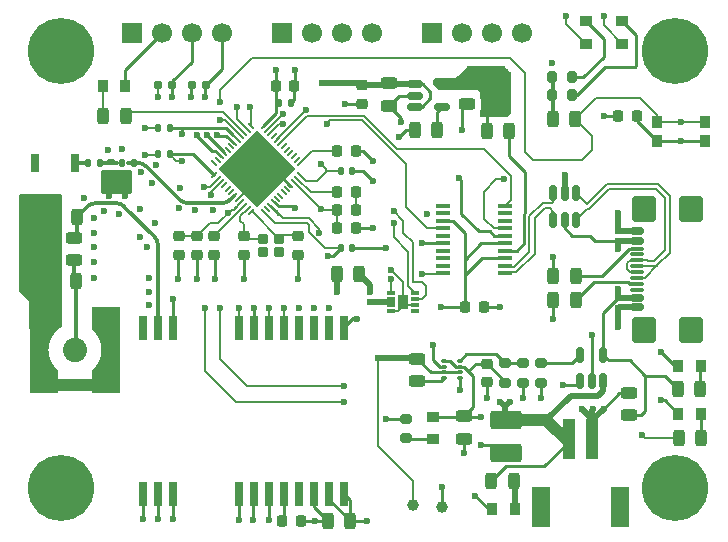
<source format=gbr>
%TF.GenerationSoftware,KiCad,Pcbnew,9.0.3*%
%TF.CreationDate,2025-07-17T21:10:23+02:00*%
%TF.ProjectId,LoRa_Project,4c6f5261-5f50-4726-9f6a-6563742e6b69,rev?*%
%TF.SameCoordinates,Original*%
%TF.FileFunction,Copper,L1,Top*%
%TF.FilePolarity,Positive*%
%FSLAX46Y46*%
G04 Gerber Fmt 4.6, Leading zero omitted, Abs format (unit mm)*
G04 Created by KiCad (PCBNEW 9.0.3) date 2025-07-17 21:10:23*
%MOMM*%
%LPD*%
G01*
G04 APERTURE LIST*
G04 Aperture macros list*
%AMRoundRect*
0 Rectangle with rounded corners*
0 $1 Rounding radius*
0 $2 $3 $4 $5 $6 $7 $8 $9 X,Y pos of 4 corners*
0 Add a 4 corners polygon primitive as box body*
4,1,4,$2,$3,$4,$5,$6,$7,$8,$9,$2,$3,0*
0 Add four circle primitives for the rounded corners*
1,1,$1+$1,$2,$3*
1,1,$1+$1,$4,$5*
1,1,$1+$1,$6,$7*
1,1,$1+$1,$8,$9*
0 Add four rect primitives between the rounded corners*
20,1,$1+$1,$2,$3,$4,$5,0*
20,1,$1+$1,$4,$5,$6,$7,0*
20,1,$1+$1,$6,$7,$8,$9,0*
20,1,$1+$1,$8,$9,$2,$3,0*%
%AMRotRect*
0 Rectangle, with rotation*
0 The origin of the aperture is its center*
0 $1 length*
0 $2 width*
0 $3 Rotation angle, in degrees counterclockwise*
0 Add horizontal line*
21,1,$1,$2,0,0,$3*%
%AMFreePoly0*
4,1,14,1.640000,1.767700,1.302700,1.428100,1.020700,0.978600,0.850200,0.476000,0.800000,0.000000,0.850200,-0.476000,1.020700,-0.978600,1.302700,-1.428100,1.640000,-1.767700,1.640000,-3.680000,-0.800000,-3.680000,-0.800000,3.680000,1.640000,3.680000,1.640000,1.767700,1.640000,1.767700,$1*%
G04 Aperture macros list end*
%TA.AperFunction,ComponentPad*%
%ADD10C,5.600000*%
%TD*%
%TA.AperFunction,SMDPad,CuDef*%
%ADD11RoundRect,0.243750X0.243750X0.456250X-0.243750X0.456250X-0.243750X-0.456250X0.243750X-0.456250X0*%
%TD*%
%TA.AperFunction,ComponentPad*%
%ADD12R,1.700000X1.700000*%
%TD*%
%TA.AperFunction,ComponentPad*%
%ADD13C,1.700000*%
%TD*%
%TA.AperFunction,SMDPad,CuDef*%
%ADD14RoundRect,0.150000X0.150000X-0.512500X0.150000X0.512500X-0.150000X0.512500X-0.150000X-0.512500X0*%
%TD*%
%TA.AperFunction,SMDPad,CuDef*%
%ADD15RoundRect,0.100000X0.300000X0.450000X-0.300000X0.450000X-0.300000X-0.450000X0.300000X-0.450000X0*%
%TD*%
%TA.AperFunction,SMDPad,CuDef*%
%ADD16C,1.000000*%
%TD*%
%TA.AperFunction,SMDPad,CuDef*%
%ADD17RoundRect,0.218750X-0.218750X-0.256250X0.218750X-0.256250X0.218750X0.256250X-0.218750X0.256250X0*%
%TD*%
%TA.AperFunction,SMDPad,CuDef*%
%ADD18RoundRect,0.243750X-0.456250X0.243750X-0.456250X-0.243750X0.456250X-0.243750X0.456250X0.243750X0*%
%TD*%
%TA.AperFunction,SMDPad,CuDef*%
%ADD19RoundRect,0.147500X-0.147500X-0.172500X0.147500X-0.172500X0.147500X0.172500X-0.147500X0.172500X0*%
%TD*%
%TA.AperFunction,SMDPad,CuDef*%
%ADD20RoundRect,0.147500X0.147500X0.172500X-0.147500X0.172500X-0.147500X-0.172500X0.147500X-0.172500X0*%
%TD*%
%TA.AperFunction,SMDPad,CuDef*%
%ADD21RoundRect,0.100000X0.450000X-0.300000X0.450000X0.300000X-0.450000X0.300000X-0.450000X-0.300000X0*%
%TD*%
%TA.AperFunction,SMDPad,CuDef*%
%ADD22RoundRect,0.160000X-0.197500X-0.160000X0.197500X-0.160000X0.197500X0.160000X-0.197500X0.160000X0*%
%TD*%
%TA.AperFunction,SMDPad,CuDef*%
%ADD23RoundRect,0.050000X0.200000X0.100000X-0.200000X0.100000X-0.200000X-0.100000X0.200000X-0.100000X0*%
%TD*%
%TA.AperFunction,SMDPad,CuDef*%
%ADD24RoundRect,0.243750X-0.243750X-0.456250X0.243750X-0.456250X0.243750X0.456250X-0.243750X0.456250X0*%
%TD*%
%TA.AperFunction,SMDPad,CuDef*%
%ADD25RoundRect,0.200000X-0.275000X0.200000X-0.275000X-0.200000X0.275000X-0.200000X0.275000X0.200000X0*%
%TD*%
%TA.AperFunction,SMDPad,CuDef*%
%ADD26RoundRect,0.200000X0.250000X0.200000X-0.250000X0.200000X-0.250000X-0.200000X0.250000X-0.200000X0*%
%TD*%
%TA.AperFunction,SMDPad,CuDef*%
%ADD27RoundRect,0.218750X-0.256250X0.218750X-0.256250X-0.218750X0.256250X-0.218750X0.256250X0.218750X0*%
%TD*%
%TA.AperFunction,SMDPad,CuDef*%
%ADD28RoundRect,0.200000X0.275000X-0.200000X0.275000X0.200000X-0.275000X0.200000X-0.275000X-0.200000X0*%
%TD*%
%TA.AperFunction,SMDPad,CuDef*%
%ADD29RoundRect,0.150000X-0.150000X0.512500X-0.150000X-0.512500X0.150000X-0.512500X0.150000X0.512500X0*%
%TD*%
%TA.AperFunction,SMDPad,CuDef*%
%ADD30R,0.800000X2.000000*%
%TD*%
%TA.AperFunction,SMDPad,CuDef*%
%ADD31RoundRect,0.150000X-0.512500X-0.150000X0.512500X-0.150000X0.512500X0.150000X-0.512500X0.150000X0*%
%TD*%
%TA.AperFunction,SMDPad,CuDef*%
%ADD32R,1.200000X0.400000*%
%TD*%
%TA.AperFunction,SMDPad,CuDef*%
%ADD33RoundRect,0.100000X-0.300000X-0.450000X0.300000X-0.450000X0.300000X0.450000X-0.300000X0.450000X0*%
%TD*%
%TA.AperFunction,SMDPad,CuDef*%
%ADD34R,0.750000X0.300000*%
%TD*%
%TA.AperFunction,SMDPad,CuDef*%
%ADD35R,0.900000X1.300000*%
%TD*%
%TA.AperFunction,SMDPad,CuDef*%
%ADD36RoundRect,0.050000X0.212132X0.282843X-0.282843X-0.212132X-0.212132X-0.282843X0.282843X0.212132X0*%
%TD*%
%TA.AperFunction,SMDPad,CuDef*%
%ADD37RoundRect,0.050000X-0.212132X0.282843X-0.282843X0.212132X0.212132X-0.282843X0.282843X-0.212132X0*%
%TD*%
%TA.AperFunction,HeatsinkPad*%
%ADD38C,0.500000*%
%TD*%
%TA.AperFunction,HeatsinkPad*%
%ADD39RotRect,4.600000X4.600000X225.000000*%
%TD*%
%TA.AperFunction,SMDPad,CuDef*%
%ADD40RoundRect,0.150000X0.425000X-0.150000X0.425000X0.150000X-0.425000X0.150000X-0.425000X-0.150000X0*%
%TD*%
%TA.AperFunction,SMDPad,CuDef*%
%ADD41RoundRect,0.075000X0.500000X-0.075000X0.500000X0.075000X-0.500000X0.075000X-0.500000X-0.075000X0*%
%TD*%
%TA.AperFunction,SMDPad,CuDef*%
%ADD42RoundRect,0.250000X0.750000X-0.840000X0.750000X0.840000X-0.750000X0.840000X-0.750000X-0.840000X0*%
%TD*%
%TA.AperFunction,SMDPad,CuDef*%
%ADD43RoundRect,0.200000X-0.200000X-0.275000X0.200000X-0.275000X0.200000X0.275000X-0.200000X0.275000X0*%
%TD*%
%TA.AperFunction,SMDPad,CuDef*%
%ADD44RoundRect,0.147500X0.172500X-0.147500X0.172500X0.147500X-0.172500X0.147500X-0.172500X-0.147500X0*%
%TD*%
%TA.AperFunction,SMDPad,CuDef*%
%ADD45RoundRect,0.218750X0.218750X0.256250X-0.218750X0.256250X-0.218750X-0.256250X0.218750X-0.256250X0*%
%TD*%
%TA.AperFunction,SMDPad,CuDef*%
%ADD46RoundRect,0.218750X0.256250X-0.218750X0.256250X0.218750X-0.256250X0.218750X-0.256250X-0.218750X0*%
%TD*%
%TA.AperFunction,SMDPad,CuDef*%
%ADD47RoundRect,0.320000X-1.030000X0.480000X-1.030000X-0.480000X1.030000X-0.480000X1.030000X0.480000X0*%
%TD*%
%TA.AperFunction,SMDPad,CuDef*%
%ADD48R,0.900000X1.000000*%
%TD*%
%TA.AperFunction,SMDPad,CuDef*%
%ADD49RoundRect,0.243750X0.456250X-0.243750X0.456250X0.243750X-0.456250X0.243750X-0.456250X-0.243750X0*%
%TD*%
%TA.AperFunction,SMDPad,CuDef*%
%ADD50R,1.000000X3.500000*%
%TD*%
%TA.AperFunction,SMDPad,CuDef*%
%ADD51R,1.500000X3.400000*%
%TD*%
%TA.AperFunction,SMDPad,CuDef*%
%ADD52R,0.800000X1.600000*%
%TD*%
%TA.AperFunction,SMDPad,CuDef*%
%ADD53C,2.050000*%
%TD*%
%TA.AperFunction,SMDPad,CuDef*%
%ADD54FreePoly0,180.000000*%
%TD*%
%TA.AperFunction,SMDPad,CuDef*%
%ADD55FreePoly0,0.000000*%
%TD*%
%TA.AperFunction,ViaPad*%
%ADD56C,0.600000*%
%TD*%
%TA.AperFunction,ViaPad*%
%ADD57C,1.000000*%
%TD*%
%TA.AperFunction,Conductor*%
%ADD58C,0.250000*%
%TD*%
%TA.AperFunction,Conductor*%
%ADD59C,0.500000*%
%TD*%
%TA.AperFunction,Conductor*%
%ADD60C,0.350000*%
%TD*%
%TA.AperFunction,Conductor*%
%ADD61C,0.200000*%
%TD*%
%TA.AperFunction,Conductor*%
%ADD62C,1.000000*%
%TD*%
%TA.AperFunction,Conductor*%
%ADD63C,0.355547*%
%TD*%
%TA.AperFunction,Conductor*%
%ADD64C,0.100000*%
%TD*%
%TA.AperFunction,Conductor*%
%ADD65C,0.150000*%
%TD*%
G04 APERTURE END LIST*
D10*
%TO.P,H1,1*%
%TO.N,GND*%
X194000000Y-56000000D03*
%TD*%
D11*
%TO.P,C15,1*%
%TO.N,Net-(IC2-ANT)*%
X195337500Y-70100000D03*
%TO.P,C15,2*%
%TO.N,GND*%
X193462500Y-70100000D03*
%TD*%
D12*
%TO.P,J3,1,Pin_1*%
%TO.N,+3V3*%
X212690000Y-54500000D03*
D13*
%TO.P,J3,2,Pin_2*%
%TO.N,GND*%
X215230000Y-54500000D03*
%TO.P,J3,3,Pin_3*%
%TO.N,I2C_SDA*%
X217770000Y-54500000D03*
%TO.P,J3,4,Pin_4*%
%TO.N,I2C_SCL*%
X220310000Y-54500000D03*
%TD*%
D14*
%TO.P,U4,1,STAT*%
%TO.N,Net-(U4-STAT)*%
X237999999Y-84000000D03*
%TO.P,U4,2,V_{SS}*%
%TO.N,GND*%
X238949999Y-84000000D03*
%TO.P,U4,3,V_{BAT}*%
%TO.N,+BATT*%
X239899999Y-84000000D03*
%TO.P,U4,4,V_{DD}*%
%TO.N,VBUS*%
X239899999Y-81725000D03*
%TO.P,U4,5,PROG*%
%TO.N,Net-(U4-PROG)*%
X237999999Y-81725000D03*
%TD*%
D15*
%TO.P,D7,1,K*%
%TO.N,GND*%
X199449999Y-59000000D03*
%TO.P,D7,2,A*%
%TO.N,Net-(D7-A)*%
X197550001Y-59000000D03*
%TD*%
D16*
%TO.P,TP5,1,1*%
%TO.N,+3V3*%
X226300000Y-94600000D03*
%TD*%
D17*
%TO.P,C27,1*%
%TO.N,GND*%
X241212500Y-61500000D03*
%TO.P,C27,2*%
X242787500Y-61500000D03*
%TD*%
D18*
%TO.P,L1,1,1*%
%TO.N,Net-(IC2-ANT)*%
X195100000Y-71862499D03*
%TO.P,L1,2,2*%
%TO.N,Net-(J5-In)*%
X195100000Y-73737501D03*
%TD*%
D19*
%TO.P,C10,1*%
%TO.N,+3V3*%
X212515000Y-60450000D03*
%TO.P,C10,2*%
%TO.N,GND*%
X213485000Y-60450000D03*
%TD*%
D18*
%TO.P,C5,1*%
%TO.N,+3V3*%
X228362500Y-58662500D03*
%TO.P,C5,2*%
%TO.N,GND*%
X228362500Y-60537500D03*
%TD*%
D20*
%TO.P,C8,1*%
%TO.N,+3V3*%
X203235000Y-64750000D03*
%TO.P,C8,2*%
%TO.N,GND*%
X202265000Y-64750000D03*
%TD*%
D21*
%TO.P,D6,1,K*%
%TO.N,Net-(D6-K)*%
X225500000Y-88900000D03*
%TO.P,D6,2,A*%
%TO.N,VBUS*%
X225500000Y-87000002D03*
%TD*%
D22*
%TO.P,R15,1*%
%TO.N,+3V3*%
X205102500Y-58900000D03*
%TO.P,R15,2*%
%TO.N,I2C_SCL*%
X206297500Y-58900000D03*
%TD*%
D16*
%TO.P,TP4,1,1*%
%TO.N,/Power/V_SW*%
X223800000Y-94500000D03*
%TD*%
D21*
%TO.P,D2,1,K*%
%TO.N,/Peripherals/TXLED*%
X241540000Y-55399999D03*
%TO.P,D2,2,A*%
%TO.N,Net-(D2-A)*%
X241540000Y-53500001D03*
%TD*%
D10*
%TO.P,H3,1*%
%TO.N,GND*%
X194000000Y-93000000D03*
%TD*%
D23*
%TO.P,U1,1,GND*%
%TO.N,GND*%
X227785800Y-83737499D03*
%TO.P,U1,2,VOUT*%
%TO.N,/Power/V_SW*%
X227785800Y-83237499D03*
%TO.P,U1,3,VIN1*%
%TO.N,VBUS*%
X227785800Y-82737499D03*
%TO.P,U1,4,PR1*%
%TO.N,Net-(U1-PR1)*%
X227785800Y-82237499D03*
%TO.P,U1,5,MODE*%
%TO.N,VBUS*%
X226414200Y-82237499D03*
%TO.P,U1,6,VIN2*%
%TO.N,+BATT*%
X226414200Y-82737499D03*
%TO.P,U1,7,VOUT*%
%TO.N,/Power/V_SW*%
X226414200Y-83237499D03*
%TO.P,U1,8,ST*%
%TO.N,Net-(U1-ST)*%
X226414200Y-83737499D03*
%TD*%
D11*
%TO.P,C6,1*%
%TO.N,+BATT*%
X219287500Y-74900000D03*
%TO.P,C6,2*%
%TO.N,GND*%
X217412500Y-74900000D03*
%TD*%
D17*
%TO.P,C21,1*%
%TO.N,/nRF52840 and LoRa/DEC4_6*%
X217424999Y-71000000D03*
%TO.P,C21,2*%
%TO.N,GND*%
X218999999Y-71000000D03*
%TD*%
D24*
%TO.P,R10,1*%
%TO.N,+BATT*%
X230462499Y-92400000D03*
%TO.P,R10,2*%
%TO.N,Net-(D4-A)*%
X232337501Y-92400000D03*
%TD*%
D18*
%TO.P,R5,1*%
%TO.N,/Power/V_SW*%
X224200000Y-82062499D03*
%TO.P,R5,2*%
%TO.N,Net-(U1-ST)*%
X224200000Y-83937501D03*
%TD*%
D24*
%TO.P,C14,1*%
%TO.N,+3V3*%
X216625000Y-95800000D03*
%TO.P,C14,2*%
%TO.N,GND*%
X218500000Y-95800000D03*
%TD*%
D25*
%TO.P,R13,1*%
%TO.N,Net-(U4-STAT)*%
X223200000Y-87175000D03*
%TO.P,R13,2*%
%TO.N,Net-(D6-K)*%
X223200000Y-88825000D03*
%TD*%
D26*
%TO.P,Y1,1,1*%
%TO.N,Net-(U5-XC2)*%
X212500000Y-71900000D03*
%TO.P,Y1,2,2*%
%TO.N,Net-(U5-XC1)*%
X211100000Y-71900000D03*
%TO.P,Y1,3*%
%TO.N,N/C*%
X211100000Y-73000000D03*
%TO.P,Y1,4*%
X212500000Y-73000000D03*
%TD*%
D27*
%TO.P,C1,1*%
%TO.N,VBUS*%
X230100000Y-82487500D03*
%TO.P,C1,2*%
%TO.N,GND*%
X230100000Y-84062500D03*
%TD*%
D28*
%TO.P,R2,1*%
%TO.N,GND*%
X233100000Y-84100000D03*
%TO.P,R2,2*%
%TO.N,Net-(U1-PR1)*%
X233100000Y-82450000D03*
%TD*%
D29*
%TO.P,U3,1,I/O1*%
%TO.N,/Power/USB_D-*%
X237600000Y-68075000D03*
%TO.P,U3,2,GND*%
%TO.N,GND*%
X236650001Y-68075000D03*
%TO.P,U3,3,I/O2*%
%TO.N,D-*%
X235700002Y-68075000D03*
%TO.P,U3,4,I/O2*%
%TO.N,D+*%
X235700002Y-70350000D03*
%TO.P,U3,5,VBUS*%
%TO.N,VBUS*%
X236650001Y-70350000D03*
%TO.P,U3,6,I/O1*%
%TO.N,/Power/USB_D+*%
X237600000Y-70350000D03*
%TD*%
D30*
%TO.P,IC2,1,GND*%
%TO.N,GND*%
X200960000Y-93500000D03*
%TO.P,IC2,2,GND*%
X202230000Y-93500000D03*
%TO.P,IC2,3,GND*%
X203500000Y-93500000D03*
%TO.P,IC2,4,GND*%
X209070000Y-93500000D03*
%TO.P,IC2,5,GND*%
X210340000Y-93500000D03*
%TO.P,IC2,6,RXEN*%
X211610000Y-93500000D03*
%TO.P,IC2,7,TXEN*%
X212880000Y-93500000D03*
%TO.P,IC2,8,DIO2*%
%TO.N,unconnected-(IC2-DIO2-Pad8)*%
X214150000Y-93500000D03*
%TO.P,IC2,9,VCC*%
%TO.N,+3V3*%
X215420000Y-93500000D03*
%TO.P,IC2,10,GND*%
%TO.N,GND*%
X216690000Y-93500000D03*
%TO.P,IC2,11,GND*%
X217960000Y-93500000D03*
%TO.P,IC2,12,GND*%
X217960000Y-79500000D03*
%TO.P,IC2,13,DIO1*%
%TO.N,/nRF52840 and LoRa/LORA_IRQ*%
X216690000Y-79500000D03*
%TO.P,IC2,14,BUSY*%
%TO.N,/nRF52840 and LoRa/LORA_BUSY*%
X215420000Y-79500000D03*
%TO.P,IC2,15,NRST*%
%TO.N,/nRF52840 and LoRa/LORA_NRST*%
X214150000Y-79500000D03*
%TO.P,IC2,16,MISO*%
%TO.N,/nRF52840 and LoRa/SPI_MISO*%
X212880000Y-79500000D03*
%TO.P,IC2,17,MOSI*%
%TO.N,/nRF52840 and LoRa/SPI_MOSI*%
X211610000Y-79500000D03*
%TO.P,IC2,18,SCK*%
%TO.N,/nRF52840 and LoRa/SPI_SCK*%
X210340000Y-79500000D03*
%TO.P,IC2,19,NSS*%
%TO.N,/nRF52840 and LoRa/LORA_SPI_CS*%
X209070000Y-79500000D03*
%TO.P,IC2,20,GND*%
%TO.N,GND*%
X203500000Y-79500000D03*
%TO.P,IC2,21,ANT*%
%TO.N,Net-(IC2-ANT)*%
X202230000Y-79500000D03*
%TO.P,IC2,22,GND*%
%TO.N,GND*%
X200960000Y-79500000D03*
%TD*%
D11*
%TO.P,R16,1*%
%TO.N,/nRF52840 and LoRa/LED*%
X199487501Y-61500000D03*
%TO.P,R16,2*%
%TO.N,Net-(D7-A)*%
X197612499Y-61500000D03*
%TD*%
%TO.P,C16,1*%
%TO.N,Net-(J5-In)*%
X195299999Y-75500000D03*
%TO.P,C16,2*%
%TO.N,GND*%
X193424999Y-75500000D03*
%TD*%
D19*
%TO.P,C28,1*%
%TO.N,+3V3*%
X217715000Y-66200000D03*
%TO.P,C28,2*%
%TO.N,GND*%
X218685000Y-66200000D03*
%TD*%
D24*
%TO.P,R11,1*%
%TO.N,+3V3*%
X246324999Y-88750000D03*
%TO.P,R11,2*%
%TO.N,Net-(D5-A)*%
X248200001Y-88750000D03*
%TD*%
D31*
%TO.P,U2,1,IN*%
%TO.N,/Power/V_SW*%
X224025000Y-58850000D03*
%TO.P,U2,2,GND*%
%TO.N,GND*%
X224025000Y-59800000D03*
%TO.P,U2,3,EN*%
%TO.N,/Power/V_SW*%
X224025000Y-60750000D03*
%TO.P,U2,4,BP*%
%TO.N,Net-(U2-BP)*%
X226300000Y-60750000D03*
%TO.P,U2,5,OUT*%
%TO.N,+3V3*%
X226300000Y-58850000D03*
%TD*%
D32*
%TO.P,U6,1,~{DTR}*%
%TO.N,unconnected-(U6-~{DTR}-Pad1)*%
X226400000Y-69142500D03*
%TO.P,U6,2,~{RTS}*%
%TO.N,unconnected-(U6-~{RTS}-Pad2)*%
X226400000Y-69777500D03*
%TO.P,U6,3,VCCIO*%
%TO.N,+3V3*%
X226399999Y-70412500D03*
%TO.P,U6,4,RXD*%
%TO.N,UART_TXD*%
X226400000Y-71047500D03*
%TO.P,U6,5,~{RI}*%
%TO.N,unconnected-(U6-~{RI}-Pad5)*%
X226400000Y-71682500D03*
%TO.P,U6,6,GND*%
%TO.N,GND*%
X226400000Y-72317500D03*
%TO.P,U6,7,~{DSR}*%
%TO.N,unconnected-(U6-~{DSR}-Pad7)*%
X226400000Y-72952500D03*
%TO.P,U6,8,~{DCD}*%
%TO.N,unconnected-(U6-~{DCD}-Pad8)*%
X226399999Y-73587500D03*
%TO.P,U6,9,~{CTS}*%
%TO.N,unconnected-(U6-~{CTS}-Pad9)*%
X226400000Y-74222500D03*
%TO.P,U6,10,CBUS2*%
%TO.N,/Peripherals/TXLED*%
X226400000Y-74857500D03*
%TO.P,U6,11,USBDP*%
%TO.N,D+*%
X231600000Y-74857500D03*
%TO.P,U6,12,USBDM*%
%TO.N,D-*%
X231600000Y-74222500D03*
%TO.P,U6,13,3V3OUT*%
%TO.N,+3V3*%
X231600001Y-73587500D03*
%TO.P,U6,14,~{RESET}*%
%TO.N,Net-(U6-~{RESET})*%
X231600000Y-72952500D03*
%TO.P,U6,15,VCC*%
%TO.N,+3V3*%
X231600000Y-72317500D03*
%TO.P,U6,16,GND*%
%TO.N,GND*%
X231600000Y-71682500D03*
%TO.P,U6,17,CBUS1*%
%TO.N,/Peripherals/RXLED*%
X231600000Y-71047500D03*
%TO.P,U6,18,CBUS0*%
%TO.N,unconnected-(U6-CBUS0-Pad18)*%
X231600001Y-70412500D03*
%TO.P,U6,19,CBUS3*%
%TO.N,unconnected-(U6-CBUS3-Pad19)*%
X231600000Y-69777500D03*
%TO.P,U6,20,TXD*%
%TO.N,UART_RXD*%
X231600000Y-69142500D03*
%TD*%
D33*
%TO.P,D3,1,K*%
%TO.N,GND*%
X246300001Y-82650000D03*
%TO.P,D3,2,A*%
%TO.N,Net-(D3-A)*%
X248199999Y-82650000D03*
%TD*%
D25*
%TO.P,R12,1*%
%TO.N,Net-(U4-PROG)*%
X234700000Y-82475000D03*
%TO.P,R12,2*%
%TO.N,GND*%
X234700000Y-84125000D03*
%TD*%
D34*
%TO.P,IC1,1,CTG*%
%TO.N,GND*%
X221950000Y-76500000D03*
%TO.P,IC1,2,CELL*%
%TO.N,+BATT*%
X221950000Y-77000000D03*
%TO.P,IC1,3,VDD*%
X221950000Y-77500000D03*
%TO.P,IC1,4,GND*%
%TO.N,GND*%
X221950000Y-78000000D03*
%TO.P,IC1,5,~{ALRT}*%
%TO.N,unconnected-(IC1-~{ALRT}-Pad5)*%
X223950000Y-78000000D03*
%TO.P,IC1,6,QSTRT*%
%TO.N,GND*%
X223950000Y-77500000D03*
%TO.P,IC1,7,SCL*%
%TO.N,I2C_SCL*%
X223950000Y-77000000D03*
%TO.P,IC1,8,SDA*%
%TO.N,I2C_SDA*%
X223950000Y-76500000D03*
D35*
%TO.P,IC1,9,EP*%
%TO.N,GND*%
X222950000Y-77250000D03*
%TD*%
D36*
%TO.P,U5,1,DEC1*%
%TO.N,Net-(U5-DEC1)*%
X214283200Y-65500000D03*
%TO.P,U5,2,P0.00*%
%TO.N,unconnected-(U5-P0.00-Pad2)*%
X214000357Y-65217157D03*
%TO.P,U5,3,P0.01*%
%TO.N,unconnected-(U5-P0.01-Pad3)*%
X213717514Y-64934314D03*
%TO.P,U5,4,P0.04*%
%TO.N,unconnected-(U5-P0.04-Pad4)*%
X213434672Y-64651472D03*
%TO.P,U5,5,P0.05*%
%TO.N,unconnected-(U5-P0.05-Pad5)*%
X213151829Y-64368629D03*
%TO.P,U5,6,P0.07*%
%TO.N,N/C*%
X212868986Y-64085786D03*
%TO.P,U5,7,P0.08*%
%TO.N,UART_RXD*%
X212586144Y-63802944D03*
%TO.P,U5,8,P1.08*%
%TO.N,UART_TXD*%
X212303301Y-63520101D03*
%TO.P,U5,9,P1.09*%
%TO.N,unconnected-(U5-P1.09-Pad9)*%
X212020458Y-63237258D03*
%TO.P,U5,10,P0.11*%
%TO.N,/nRF52840 and LoRa/LORA_IRQ*%
X211737616Y-62954416D03*
%TO.P,U5,11,P0.12*%
%TO.N,/nRF52840 and LoRa/LORA_SPI_CS*%
X211454773Y-62671573D03*
%TO.P,U5,12,VDD*%
%TO.N,+3V3*%
X211171930Y-62388730D03*
D37*
%TO.P,U5,13,P0.13*%
%TO.N,/nRF52840 and LoRa/SPI_MOSI*%
X210111270Y-62388730D03*
%TO.P,U5,14,P0.14*%
%TO.N,/nRF52840 and LoRa/SPI_MISO*%
X209828427Y-62671573D03*
%TO.P,U5,15,P0.17*%
%TO.N,/nRF52840 and LoRa/LED*%
X209545584Y-62954416D03*
%TO.P,U5,16,~{RESET}*%
%TO.N,Net-(U5-~{RESET})*%
X209262742Y-63237258D03*
%TO.P,U5,17,VDD*%
%TO.N,+3V3*%
X208979899Y-63520101D03*
%TO.P,U5,18,P0.19*%
%TO.N,/nRF52840 and LoRa/SPI_SCK*%
X208697056Y-63802944D03*
%TO.P,U5,19,P0.20*%
%TO.N,unconnected-(U5-P0.20-Pad19)*%
X208414214Y-64085786D03*
%TO.P,U5,20,P0.21*%
%TO.N,unconnected-(U5-P0.21-Pad20)*%
X208131371Y-64368629D03*
%TO.P,U5,21,P0.22*%
%TO.N,I2C_SCL*%
X207848528Y-64651472D03*
%TO.P,U5,22,P0.23*%
%TO.N,I2C_SDA*%
X207565686Y-64934314D03*
%TO.P,U5,23,P0.24*%
%TO.N,unconnected-(U5-P0.24-Pad23)*%
X207282843Y-65217157D03*
%TO.P,U5,24,P1.00*%
%TO.N,unconnected-(U5-P1.00-Pad24)*%
X207000000Y-65500000D03*
D36*
%TO.P,U5,25,VDD*%
%TO.N,+3V3*%
X207000000Y-66560660D03*
%TO.P,U5,26,SWDIO*%
%TO.N,SWD_IO*%
X207282843Y-66843503D03*
%TO.P,U5,27,SWDCLK*%
%TO.N,SWD_CLK*%
X207565686Y-67126346D03*
%TO.P,U5,28,NC*%
%TO.N,unconnected-(U5-NC-Pad28)*%
X207848528Y-67409188D03*
%TO.P,U5,29,P0.09*%
%TO.N,unconnected-(U5-P0.09-Pad29)*%
X208131371Y-67692031D03*
%TO.P,U5,30,P0.10*%
%TO.N,unconnected-(U5-P0.10-Pad30)*%
X208414214Y-67974874D03*
%TO.P,U5,31,ANT*%
%TO.N,Net-(U5-ANT)*%
X208697056Y-68257716D03*
%TO.P,U5,32,VSS_PA*%
%TO.N,GND*%
X208979899Y-68540559D03*
%TO.P,U5,33,DEC6*%
%TO.N,/nRF52840 and LoRa/DEC4_6*%
X209262742Y-68823402D03*
%TO.P,U5,34,DEC3*%
%TO.N,Net-(U5-DEC3)*%
X209545584Y-69106244D03*
%TO.P,U5,35,XC1*%
%TO.N,Net-(U5-XC1)*%
X209828427Y-69389087D03*
%TO.P,U5,36,XC2*%
%TO.N,Net-(U5-XC2)*%
X210111270Y-69671930D03*
D37*
%TO.P,U5,37,VDD*%
%TO.N,+3V3*%
X211171930Y-69671930D03*
%TO.P,U5,38,P1.15*%
%TO.N,unconnected-(U5-P1.15-Pad38)*%
X211454773Y-69389087D03*
%TO.P,U5,39,P0.03*%
%TO.N,/nRF52840 and LoRa/LORA_BUSY*%
X211737616Y-69106244D03*
%TO.P,U5,40,P0.02*%
%TO.N,/nRF52840 and LoRa/LORA_NRST*%
X212020458Y-68823402D03*
%TO.P,U5,41,P0.28*%
%TO.N,N/C*%
X212303301Y-68540559D03*
%TO.P,U5,42,P0.29*%
X212586144Y-68257716D03*
%TO.P,U5,43,P0.30*%
X212868986Y-67974874D03*
%TO.P,U5,44,P0.31*%
X213151829Y-67692031D03*
%TO.P,U5,45,VSS*%
%TO.N,GND*%
X213434672Y-67409188D03*
%TO.P,U5,46,DEC4*%
%TO.N,/nRF52840 and LoRa/DEC4_6*%
X213717514Y-67126346D03*
%TO.P,U5,47,DCC*%
%TO.N,Net-(U5-DCC)*%
X214000357Y-66843503D03*
%TO.P,U5,48,VDD*%
%TO.N,+3V3*%
X214283200Y-66560660D03*
D38*
%TO.P,U5,49,VSS*%
%TO.N,GND*%
X213187184Y-66030330D03*
X212338656Y-65181802D03*
X211490128Y-64333274D03*
X210641600Y-63484746D03*
X212338656Y-66878858D03*
X211490128Y-66030330D03*
X210641600Y-65181802D03*
X209793072Y-64333274D03*
D39*
X210641600Y-66030330D03*
D38*
X211490128Y-67727386D03*
X210641600Y-66878858D03*
X209793072Y-66030330D03*
X208944544Y-65181802D03*
X210641600Y-68575914D03*
X209793072Y-67727386D03*
X208944544Y-66878858D03*
X208096016Y-66030330D03*
%TD*%
D40*
%TO.P,J2,A1,GND*%
%TO.N,GND*%
X242820000Y-77700000D03*
%TO.P,J2,A4,VBUS*%
%TO.N,VBUS*%
X242820000Y-76900000D03*
D41*
%TO.P,J2,A5,CC1*%
%TO.N,Net-(J2-CC1)*%
X242820000Y-75750000D03*
%TO.P,J2,A6,D+*%
%TO.N,/Power/USB_D+*%
X242820000Y-74750000D03*
%TO.P,J2,A7,D-*%
%TO.N,/Power/USB_D-*%
X242820000Y-74250000D03*
%TO.P,J2,A8,SBU1*%
%TO.N,unconnected-(J2-SBU1-PadA8)*%
X242820000Y-73250000D03*
D40*
%TO.P,J2,A9,VBUS*%
%TO.N,VBUS*%
X242820000Y-72100000D03*
%TO.P,J2,A12,GND*%
%TO.N,GND*%
X242820000Y-71300000D03*
%TO.P,J2,B1,GND*%
X242820000Y-71300000D03*
%TO.P,J2,B4,VBUS*%
%TO.N,VBUS*%
X242820000Y-72100000D03*
D41*
%TO.P,J2,B5,CC2*%
%TO.N,Net-(J2-CC2)*%
X242820000Y-72750000D03*
%TO.P,J2,B6,D+*%
%TO.N,/Power/USB_D+*%
X242820000Y-73750000D03*
%TO.P,J2,B7,D-*%
%TO.N,/Power/USB_D-*%
X242820000Y-75250000D03*
%TO.P,J2,B8,SBU2*%
%TO.N,unconnected-(J2-SBU2-PadB8)*%
X242820000Y-76250000D03*
D40*
%TO.P,J2,B9,VBUS*%
%TO.N,VBUS*%
X242820000Y-76900000D03*
%TO.P,J2,B12,GND*%
%TO.N,GND*%
X242820000Y-77700000D03*
D42*
%TO.P,J2,S1,SHIELD*%
%TO.N,unconnected-(J2-SHIELD-PadS1)*%
X243395000Y-79610000D03*
%TO.N,N/C*%
X247325000Y-79610000D03*
X243395000Y-69390000D03*
X247325000Y-69390000D03*
%TD*%
D10*
%TO.P,H2,1*%
%TO.N,GND*%
X245999999Y-56000001D03*
%TD*%
D43*
%TO.P,R8,1*%
%TO.N,+3V3*%
X235600000Y-58250000D03*
%TO.P,R8,2*%
%TO.N,Net-(D1-A)*%
X237250000Y-58250000D03*
%TD*%
D44*
%TO.P,L5,1,1*%
%TO.N,GND*%
X198250000Y-66400000D03*
%TO.P,L5,2,2*%
%TO.N,Net-(C30-Pad2)*%
X198250000Y-65430000D03*
%TD*%
D20*
%TO.P,C26,1*%
%TO.N,+3V3*%
X203235000Y-62510001D03*
%TO.P,C26,2*%
%TO.N,GND*%
X202265000Y-62510001D03*
%TD*%
D24*
%TO.P,R20,1*%
%TO.N,+3V3*%
X235662499Y-61750000D03*
%TO.P,R20,2*%
%TO.N,Net-(U5-~{RESET})*%
X237537501Y-61750000D03*
%TD*%
D12*
%TO.P,J6,1,Pin_1*%
%TO.N,+3V3*%
X225420001Y-54500000D03*
D13*
%TO.P,J6,2,Pin_2*%
%TO.N,GND*%
X227960001Y-54500000D03*
%TO.P,J6,3,Pin_3*%
%TO.N,SWD_CLK*%
X230500001Y-54500000D03*
%TO.P,J6,4,Pin_4*%
%TO.N,SWD_IO*%
X233040001Y-54500000D03*
%TD*%
D27*
%TO.P,C24,1*%
%TO.N,Net-(U5-DEC3)*%
X207000000Y-71712500D03*
%TO.P,C24,2*%
%TO.N,GND*%
X207000000Y-73287500D03*
%TD*%
D11*
%TO.P,R3,1*%
%TO.N,Net-(J2-CC1)*%
X237587501Y-77100000D03*
%TO.P,R3,2*%
%TO.N,GND*%
X235712499Y-77100000D03*
%TD*%
D17*
%TO.P,L3,1,1*%
%TO.N,/nRF52840 and LoRa/DEC4_6*%
X217424998Y-69500000D03*
%TO.P,L3,2,2*%
%TO.N,Net-(L2-Pad1)*%
X219000000Y-69500000D03*
%TD*%
D45*
%TO.P,C11,1*%
%TO.N,GND*%
X229799999Y-77700000D03*
%TO.P,C11,2*%
%TO.N,+3V3*%
X228224999Y-77700000D03*
%TD*%
D46*
%TO.P,C25,1*%
%TO.N,GND*%
X214100000Y-73287500D03*
%TO.P,C25,2*%
%TO.N,Net-(U5-XC2)*%
X214100000Y-71712500D03*
%TD*%
D27*
%TO.P,C23,1*%
%TO.N,/nRF52840 and LoRa/DEC4_6*%
X205500000Y-71712500D03*
%TO.P,C23,2*%
%TO.N,GND*%
X205500000Y-73287500D03*
%TD*%
D45*
%TO.P,L2,1,1*%
%TO.N,Net-(L2-Pad1)*%
X219000000Y-68000000D03*
%TO.P,L2,2,2*%
%TO.N,Net-(U5-DCC)*%
X217424998Y-68000000D03*
%TD*%
D17*
%TO.P,C20,1*%
%TO.N,+3V3*%
X212212500Y-59000000D03*
%TO.P,C20,2*%
%TO.N,GND*%
X213787500Y-59000000D03*
%TD*%
D33*
%TO.P,D5,1,K*%
%TO.N,GND*%
X246300001Y-86730000D03*
%TO.P,D5,2,A*%
%TO.N,Net-(D5-A)*%
X248199999Y-86730000D03*
%TD*%
D28*
%TO.P,R1,1*%
%TO.N,VBUS*%
X231600000Y-84100000D03*
%TO.P,R1,2*%
%TO.N,Net-(U1-PR1)*%
X231600000Y-82450000D03*
%TD*%
D20*
%TO.P,L4,1,1*%
%TO.N,Net-(C30-Pad2)*%
X197300000Y-65500000D03*
%TO.P,L4,2,2*%
%TO.N,Net-(E1-Pad1)*%
X196330000Y-65500000D03*
%TD*%
D43*
%TO.P,R7,1*%
%TO.N,+3V3*%
X235600000Y-59750000D03*
%TO.P,R7,2*%
%TO.N,Net-(D2-A)*%
X237250000Y-59750000D03*
%TD*%
D18*
%TO.P,C19,1*%
%TO.N,/Power/V_SW*%
X221762500Y-58762500D03*
%TO.P,C19,2*%
%TO.N,GND*%
X221762500Y-60637500D03*
%TD*%
D19*
%TO.P,C29,1*%
%TO.N,+3V3*%
X217730000Y-72700000D03*
%TO.P,C29,2*%
%TO.N,GND*%
X218700000Y-72700000D03*
%TD*%
D22*
%TO.P,R14,1*%
%TO.N,+3V3*%
X202205000Y-58910000D03*
%TO.P,R14,2*%
%TO.N,I2C_SDA*%
X203400000Y-58910000D03*
%TD*%
D27*
%TO.P,C22,1*%
%TO.N,/nRF52840 and LoRa/DEC4_6*%
X204000000Y-71712500D03*
%TO.P,C22,2*%
%TO.N,GND*%
X204000000Y-73287500D03*
%TD*%
D47*
%TO.P,C7,1*%
%TO.N,+BATT*%
X231700000Y-87250001D03*
%TO.P,C7,2*%
%TO.N,GND*%
X231700000Y-90049999D03*
%TD*%
D45*
%TO.P,C13,1*%
%TO.N,+3V3*%
X214337501Y-95800000D03*
%TO.P,C13,2*%
%TO.N,GND*%
X212762501Y-95800000D03*
%TD*%
D48*
%TO.P,RST1,1*%
%TO.N,Net-(U5-~{RESET})*%
X248550000Y-62000000D03*
%TO.P,RST1,2*%
%TO.N,GND*%
X248550000Y-63600000D03*
%TO.P,RST1,3*%
X244450000Y-63600000D03*
%TO.P,RST1,4*%
%TO.N,Net-(U5-~{RESET})*%
X244450000Y-62000000D03*
%TD*%
D18*
%TO.P,C18,1*%
%TO.N,VBUS*%
X228100000Y-86962500D03*
%TO.P,C18,2*%
%TO.N,GND*%
X228100000Y-88837500D03*
%TD*%
D12*
%TO.P,J1,1,Pin_1*%
%TO.N,+3V3*%
X200000000Y-54500000D03*
D13*
%TO.P,J1,2,Pin_2*%
%TO.N,GND*%
X202540000Y-54500000D03*
%TO.P,J1,3,Pin_3*%
%TO.N,I2C_SDA*%
X205080000Y-54500000D03*
%TO.P,J1,4,Pin_4*%
%TO.N,I2C_SCL*%
X207620000Y-54500000D03*
%TD*%
D24*
%TO.P,R4,1*%
%TO.N,GND*%
X235712499Y-75050000D03*
%TO.P,R4,2*%
%TO.N,Net-(J2-CC2)*%
X237587501Y-75050000D03*
%TD*%
D33*
%TO.P,D4,1,K*%
%TO.N,GND*%
X230550001Y-94825000D03*
%TO.P,D4,2,A*%
%TO.N,Net-(D4-A)*%
X232449999Y-94825000D03*
%TD*%
D49*
%TO.P,C17,1*%
%TO.N,VBUS*%
X242100000Y-86875001D03*
%TO.P,C17,2*%
%TO.N,GND*%
X242100000Y-85000001D03*
%TD*%
D11*
%TO.P,C4,1*%
%TO.N,Net-(U2-BP)*%
X225825000Y-62725000D03*
%TO.P,C4,2*%
%TO.N,GND*%
X223950000Y-62725000D03*
%TD*%
D20*
%TO.P,C30,1*%
%TO.N,Net-(U5-ANT)*%
X200185000Y-65500000D03*
%TO.P,C30,2*%
%TO.N,Net-(C30-Pad2)*%
X199215000Y-65500000D03*
%TD*%
D50*
%TO.P,J4,1,Pin_1*%
%TO.N,+BATT*%
X237000000Y-88875000D03*
%TO.P,J4,2,Pin_2*%
%TO.N,GND*%
X239000000Y-88875000D03*
D51*
%TO.P,J4,P1*%
%TO.N,N/C*%
X234650000Y-94625000D03*
%TO.P,J4,P2*%
X241350000Y-94625000D03*
%TD*%
D10*
%TO.P,H4,1*%
%TO.N,GND*%
X245999999Y-92999999D03*
%TD*%
D24*
%TO.P,R9,1*%
%TO.N,VBUS*%
X246262499Y-84650000D03*
%TO.P,R9,2*%
%TO.N,Net-(D3-A)*%
X248137501Y-84650000D03*
%TD*%
D27*
%TO.P,C2,1*%
%TO.N,/Power/V_SW*%
X219462500Y-58912500D03*
%TO.P,C2,2*%
%TO.N,GND*%
X219462500Y-60487500D03*
%TD*%
D52*
%TO.P,E1,1*%
%TO.N,Net-(E1-Pad1)*%
X195200000Y-65500000D03*
%TO.P,E1,2*%
%TO.N,unconnected-(E1-Pad2)*%
X191800000Y-65500000D03*
%TD*%
D17*
%TO.P,C3,1*%
%TO.N,Net-(U5-DEC1)*%
X217425000Y-64500000D03*
%TO.P,C3,2*%
%TO.N,GND*%
X219000000Y-64500000D03*
%TD*%
D21*
%TO.P,D1,1,K*%
%TO.N,/Peripherals/RXLED*%
X238500000Y-55399998D03*
%TO.P,D1,2,A*%
%TO.N,Net-(D1-A)*%
X238500000Y-53500000D03*
%TD*%
D24*
%TO.P,R6,1*%
%TO.N,+3V3*%
X230062499Y-62800000D03*
%TO.P,R6,2*%
%TO.N,Net-(U6-~{RESET})*%
X231937501Y-62800000D03*
%TD*%
D53*
%TO.P,J5,1,In*%
%TO.N,Net-(J5-In)*%
X195200000Y-81300000D03*
D54*
%TO.P,J5,2,Ext*%
%TO.N,GND*%
X198280000Y-81300000D03*
D55*
X192120000Y-81300000D03*
%TD*%
D46*
%TO.P,C9,1*%
%TO.N,GND*%
X209500000Y-73287500D03*
%TO.P,C9,2*%
%TO.N,Net-(U5-XC1)*%
X209500000Y-71712500D03*
%TD*%
D56*
%TO.N,*%
X225000000Y-69800000D03*
%TO.N,VBUS*%
X241200000Y-76900000D03*
X241200000Y-72100000D03*
X241200000Y-72800000D03*
X229600000Y-87000000D03*
X241200000Y-76200000D03*
%TO.N,GND*%
X201500000Y-75200000D03*
X205400000Y-69500000D03*
X244850000Y-81500000D03*
X201300000Y-72600000D03*
X205500000Y-75300000D03*
X241200000Y-70500000D03*
X198000000Y-64400000D03*
X202100000Y-65700000D03*
X218100000Y-60500000D03*
X201500000Y-76400000D03*
X241200000Y-77800000D03*
X233100000Y-85400000D03*
X201100000Y-62500000D03*
X201000000Y-95634999D03*
X203950000Y-75300000D03*
X199400000Y-66500000D03*
X200700000Y-71800000D03*
X196800000Y-71400000D03*
X244850000Y-85550000D03*
X206900000Y-69500000D03*
X241200000Y-69700000D03*
X241200000Y-78600000D03*
X211600000Y-95734999D03*
X239100000Y-86300000D03*
X191300000Y-68700000D03*
X238100000Y-86300000D03*
X239000000Y-80100000D03*
X196800000Y-72600000D03*
X213800000Y-57650000D03*
X241200000Y-71300000D03*
X202000000Y-70600000D03*
X196800000Y-73900000D03*
X191300000Y-72700000D03*
X224600000Y-72300000D03*
X203500000Y-95634999D03*
X191300000Y-71500000D03*
X227800000Y-84700000D03*
X228000000Y-62700000D03*
X220400000Y-67050000D03*
X240000000Y-86300000D03*
X200700000Y-69400000D03*
X199400000Y-67400000D03*
X235650000Y-78700000D03*
X196800000Y-75200000D03*
X229600000Y-89400000D03*
X210300000Y-95734999D03*
X193600000Y-68700000D03*
X222800000Y-62000000D03*
X246500000Y-63600000D03*
X196800000Y-70200000D03*
X219900000Y-95800000D03*
X217400000Y-76406249D03*
X204100000Y-67600000D03*
X222675000Y-63325000D03*
X199400000Y-68300000D03*
X203500000Y-77000000D03*
X207050000Y-75300000D03*
X201700000Y-67200000D03*
X228100000Y-90100000D03*
X200800000Y-66300000D03*
X198100000Y-67400000D03*
X199200000Y-64300000D03*
X229100000Y-93700000D03*
X221950000Y-75350000D03*
X204000000Y-69300000D03*
X192400000Y-68700000D03*
X219100000Y-78700000D03*
X227700000Y-66800000D03*
X198100000Y-68300000D03*
X198900000Y-69800000D03*
X240000000Y-61500000D03*
X231212500Y-77700000D03*
X230100000Y-85400000D03*
X202200000Y-95634999D03*
X220400000Y-65300000D03*
X214100000Y-75293749D03*
X241200000Y-79400000D03*
X196000000Y-68500000D03*
X191300000Y-74000000D03*
X209069999Y-95769999D03*
X193300000Y-71500000D03*
X193300000Y-73900000D03*
X236650000Y-66550000D03*
X221500000Y-72700000D03*
X201100000Y-64800000D03*
X222000000Y-74600000D03*
X234700000Y-85400000D03*
X201500000Y-77528517D03*
X197700000Y-69600000D03*
X209500000Y-75350000D03*
X235700000Y-73450000D03*
X220456248Y-71000000D03*
%TO.N,+3V3*%
X204250000Y-63050000D03*
X205050000Y-59900000D03*
D57*
X230100000Y-59500000D03*
D56*
X215500000Y-95800000D03*
D57*
X230100000Y-61000000D03*
D56*
X226300000Y-92900000D03*
X216000000Y-65550000D03*
X216650000Y-73400000D03*
D57*
X231500000Y-61000000D03*
D56*
X235550000Y-57050000D03*
D57*
X230100000Y-58000000D03*
D56*
X243250000Y-88550000D03*
X212250000Y-57650000D03*
X204250000Y-65300000D03*
D57*
X231500000Y-58000000D03*
D56*
X226225000Y-77725000D03*
X202200000Y-59900000D03*
D57*
X231500000Y-59500000D03*
D56*
%TO.N,+BATT*%
X220200000Y-76400000D03*
X231200000Y-85700000D03*
X220200000Y-77300000D03*
X225500000Y-80900000D03*
X232000000Y-85700000D03*
%TO.N,/nRF52840 and LoRa/DEC4_6*%
X216000000Y-69400000D03*
X208200000Y-69700000D03*
%TO.N,/Peripherals/RXLED*%
X231500000Y-66900000D03*
X236800000Y-53100000D03*
%TO.N,/Peripherals/TXLED*%
X240000000Y-53100000D03*
X224600000Y-74900000D03*
%TO.N,I2C_SDA*%
X203400000Y-59900000D03*
X222200000Y-70600000D03*
X205500000Y-63150000D03*
%TO.N,I2C_SCL*%
X206350000Y-63150000D03*
X222200000Y-69600000D03*
X206250000Y-59900000D03*
%TO.N,/nRF52840 and LoRa/LORA_SPI_CS*%
X212800000Y-61350000D03*
X209069999Y-77800000D03*
%TO.N,/nRF52840 and LoRa/SPI_SCK*%
X210340000Y-77800000D03*
X207250000Y-63150000D03*
%TO.N,/nRF52840 and LoRa/LORA_BUSY*%
X215420000Y-77800001D03*
X215899265Y-71400735D03*
%TO.N,/nRF52840 and LoRa/LORA_IRQ*%
X216690000Y-77800000D03*
X212775000Y-62225000D03*
%TO.N,/nRF52840 and LoRa/SPI_MISO*%
X212880000Y-77800000D03*
X208950000Y-60800000D03*
%TO.N,/nRF52840 and LoRa/LORA_NRST*%
X214150000Y-77800000D03*
X213825000Y-69350000D03*
%TO.N,/nRF52840 and LoRa/SPI_MOSI*%
X211610000Y-77800000D03*
X210000000Y-60800000D03*
%TO.N,SWD_IO*%
X206100000Y-67500000D03*
X218000000Y-85700000D03*
X206200000Y-77800000D03*
%TO.N,SWD_CLK*%
X206700000Y-68200000D03*
X218000000Y-84400000D03*
X207500000Y-77800000D03*
%TO.N,Net-(U4-STAT)*%
X221500000Y-87200000D03*
X236500000Y-84300000D03*
%TO.N,Net-(U5-~{RESET})*%
X207475000Y-60350000D03*
X246500000Y-62000000D03*
X207475000Y-61875000D03*
%TO.N,UART_TXD*%
X214800000Y-61000000D03*
X216500000Y-62200000D03*
%TO.N,/Power/V_SW*%
X222650000Y-82050000D03*
X216150000Y-58700000D03*
X221775000Y-82050000D03*
X220900000Y-82050000D03*
X217025000Y-58700000D03*
X217900000Y-58700000D03*
%TD*%
D58*
%TO.N,VBUS*%
X231600000Y-84100000D02*
X231600000Y-83987499D01*
X231600000Y-83987499D02*
X230100000Y-82487499D01*
D59*
X242820000Y-76900000D02*
X241200000Y-76900000D01*
D58*
X229600000Y-87000000D02*
X228137501Y-87000000D01*
X239899998Y-78200002D02*
X241200000Y-76900000D01*
X227452670Y-82737499D02*
X227785800Y-82737499D01*
X225500000Y-87000002D02*
X228062497Y-87000002D01*
X230100000Y-82487499D02*
X229131070Y-82487499D01*
X236650001Y-71012499D02*
X237287502Y-71650000D01*
X239899998Y-81725000D02*
X239899998Y-78200002D01*
X240374998Y-82200000D02*
X239899998Y-81725000D01*
X246262500Y-84650000D02*
X245162500Y-83550000D01*
X237287502Y-71650000D02*
X238800000Y-71650000D01*
X238800000Y-71650000D02*
X239250000Y-72100000D01*
D59*
X241200000Y-76900000D02*
X241200000Y-76200000D01*
D58*
X230100000Y-82487499D02*
X229850000Y-82737499D01*
X242100000Y-86875002D02*
X243124998Y-86875002D01*
D59*
X242820000Y-72100000D02*
X241200000Y-72100000D01*
D58*
X243500000Y-86500000D02*
X243500000Y-83500000D01*
X228500000Y-83118569D02*
X228118930Y-82737499D01*
X228137501Y-87000000D02*
X228100000Y-86962499D01*
X228900000Y-86162499D02*
X228900000Y-83518569D01*
X236650001Y-70350000D02*
X236650001Y-71012499D01*
X229131070Y-82487499D02*
X228500000Y-83118569D01*
D60*
X230137499Y-82450000D02*
X230100000Y-82487499D01*
D58*
X245162500Y-83550000D02*
X243550000Y-83550000D01*
X228100000Y-86962499D02*
X228900000Y-86162499D01*
X226952670Y-82237499D02*
X227452670Y-82737499D01*
X243124998Y-86875002D02*
X243500000Y-86500000D01*
X243500000Y-83500000D02*
X242200000Y-82200000D01*
D59*
X241200000Y-72100000D02*
X241200000Y-72800000D01*
D58*
X239250000Y-72100000D02*
X241200000Y-72100000D01*
X226414200Y-82237499D02*
X226952670Y-82237499D01*
X243550000Y-83550000D02*
X243500000Y-83500000D01*
X242200000Y-82200000D02*
X240374998Y-82200000D01*
X228118930Y-82737499D02*
X227785800Y-82737499D01*
X228900000Y-83518569D02*
X228500000Y-83118569D01*
X228062497Y-87000002D02*
X228100000Y-86962499D01*
%TO.N,GND*%
X219550000Y-66200000D02*
X220400000Y-67050000D01*
D61*
X202215000Y-64800000D02*
X202265000Y-64750000D01*
D58*
X246500000Y-63600000D02*
X248550000Y-63600000D01*
X210641600Y-66030330D02*
X212019044Y-66030330D01*
D59*
X242820000Y-71300000D02*
X241400000Y-71300000D01*
X239000000Y-87300000D02*
X240000000Y-86300000D01*
D58*
X228000000Y-60900000D02*
X228362500Y-60537500D01*
X202200000Y-95634999D02*
X202230001Y-95665000D01*
X227800000Y-83751699D02*
X227785800Y-83737499D01*
X209500000Y-75350000D02*
X209500000Y-73362501D01*
X230682500Y-71682500D02*
X231600000Y-71682500D01*
X213800000Y-57650000D02*
X213800000Y-58987500D01*
X222675000Y-63325000D02*
X223250000Y-62750000D01*
X218500000Y-95800000D02*
X219900000Y-95800000D01*
X218100000Y-60500000D02*
X219450000Y-60500000D01*
X213800000Y-58987500D02*
X213787500Y-59000000D01*
X223950000Y-62725000D02*
X223250000Y-62725000D01*
X227900000Y-69800000D02*
X227900000Y-67000000D01*
X203950000Y-73337501D02*
X204000000Y-73287501D01*
X212880000Y-95682500D02*
X212762500Y-95800000D01*
X205500000Y-75300000D02*
X205500000Y-73287501D01*
X229400000Y-71300000D02*
X227900000Y-69800000D01*
D61*
X201210001Y-62510001D02*
X201100000Y-62400000D01*
D59*
X239000000Y-87300000D02*
X239000000Y-86400000D01*
D58*
X222800000Y-62000000D02*
X222800000Y-61675000D01*
D61*
X222950000Y-77627000D02*
X222577000Y-78000000D01*
D58*
X230225000Y-94825000D02*
X229100000Y-93700000D01*
X229600000Y-89400000D02*
X231050001Y-89400000D01*
X211600000Y-95734999D02*
X211630001Y-95765000D01*
D59*
X217400000Y-76406249D02*
X217400000Y-74912499D01*
D58*
X234700000Y-85400000D02*
X234700000Y-84100000D01*
X202540000Y-54500000D02*
X199449999Y-57590001D01*
X246300000Y-82650000D02*
X246000000Y-82650000D01*
D62*
X192120000Y-81300000D02*
X192120000Y-83620000D01*
D58*
X218500000Y-95800000D02*
X218500000Y-94040000D01*
X235650000Y-78700000D02*
X235650000Y-77162499D01*
X238949999Y-80150001D02*
X239000000Y-80100000D01*
X226400000Y-72317500D02*
X224617500Y-72317500D01*
X218500000Y-95800000D02*
X216690000Y-93990000D01*
X230300000Y-71300000D02*
X230682500Y-71682500D01*
X228000000Y-62700000D02*
X228000000Y-60900000D01*
D61*
X202265000Y-62510001D02*
X201210001Y-62510001D01*
X222950000Y-75550000D02*
X222000000Y-74600000D01*
D58*
X218500000Y-94040000D02*
X217960000Y-93500000D01*
D61*
X221950000Y-75350000D02*
X221950000Y-76500000D01*
D58*
X241300000Y-85000000D02*
X242100000Y-85000000D01*
X245120000Y-85550000D02*
X246300000Y-86730000D01*
X201000000Y-95634999D02*
X201030001Y-95665000D01*
X202200000Y-93365000D02*
X202200000Y-95634999D01*
D61*
X223200000Y-77500000D02*
X223950000Y-77500000D01*
D60*
X218760000Y-78700000D02*
X217960000Y-79500000D01*
D58*
X216690000Y-93990000D02*
X216690000Y-93500000D01*
D59*
X217400000Y-74912499D02*
X217412499Y-74900000D01*
D58*
X218685000Y-66200000D02*
X219550000Y-66200000D01*
X203500000Y-95634999D02*
X203530001Y-95665000D01*
D59*
X241200000Y-71300000D02*
X241200000Y-69700000D01*
D58*
X222600000Y-59800000D02*
X221762500Y-60637500D01*
X219600000Y-64500000D02*
X220400000Y-65300000D01*
X244450000Y-63600000D02*
X242787500Y-61937500D01*
X230550000Y-94825000D02*
X230225000Y-94825000D01*
D60*
X219100000Y-78700000D02*
X218760000Y-78700000D01*
D62*
X198280000Y-84280000D02*
X198280000Y-81300000D01*
D58*
X244850000Y-85550000D02*
X245120000Y-85550000D01*
D59*
X241200000Y-77800000D02*
X241200000Y-79400000D01*
D58*
X212880000Y-93500000D02*
X212880000Y-95682500D01*
X223250000Y-62750000D02*
X223250000Y-62725000D01*
D59*
X236650001Y-68075000D02*
X236650000Y-66550000D01*
D58*
X220456248Y-71000000D02*
X219043750Y-71000000D01*
X233100000Y-85400000D02*
X233100000Y-84100000D01*
D62*
X192120000Y-83620000D02*
X192800000Y-84300000D01*
D58*
X235700000Y-75037500D02*
X235712500Y-75050000D01*
D59*
X241300000Y-77700000D02*
X241200000Y-77800000D01*
D58*
X242787500Y-61937500D02*
X242787500Y-61500000D01*
X210300000Y-93465000D02*
X210300000Y-95734999D01*
D61*
X222950000Y-77250000D02*
X223200000Y-77500000D01*
D59*
X239000000Y-89125000D02*
X239000000Y-87300000D01*
D58*
X214100000Y-75293749D02*
X214100000Y-73306250D01*
D59*
X239000000Y-86400000D02*
X239100000Y-86300000D01*
D58*
X207050000Y-75300000D02*
X207050000Y-73337501D01*
X246000000Y-82650000D02*
X244850000Y-81500000D01*
X213787500Y-59000000D02*
X213787500Y-60147500D01*
X227800000Y-84700000D02*
X227800000Y-83751699D01*
X219450000Y-60500000D02*
X219462500Y-60487500D01*
X227900000Y-67000000D02*
X227700000Y-66800000D01*
D61*
X201100000Y-64800000D02*
X202215000Y-64800000D01*
D58*
X199449999Y-57590001D02*
X199449999Y-59000000D01*
X209069999Y-95769999D02*
X209100000Y-95800000D01*
X221500000Y-72700000D02*
X218693750Y-72700000D01*
X203950000Y-75300000D02*
X203950000Y-73337501D01*
X229829999Y-77670001D02*
X229800000Y-77700000D01*
X210300000Y-95734999D02*
X210330001Y-95765000D01*
D62*
X192800000Y-84300000D02*
X198300000Y-84300000D01*
D59*
X239000000Y-87200000D02*
X239000000Y-87300000D01*
D58*
X207050000Y-73337501D02*
X207000000Y-73287501D01*
X235700000Y-73450000D02*
X235700000Y-75037500D01*
D61*
X209793072Y-67727386D02*
X209175829Y-68344629D01*
D58*
X230100000Y-85400000D02*
X230100000Y-84062501D01*
X228100000Y-90100000D02*
X228100000Y-88837501D01*
X219000000Y-64500000D02*
X219600000Y-64500000D01*
X222800000Y-61675000D02*
X221762500Y-60637500D01*
D61*
X222950000Y-77250000D02*
X222950000Y-75550000D01*
D59*
X242820000Y-77700000D02*
X241300000Y-77700000D01*
X241400000Y-71300000D02*
X241200000Y-71100000D01*
D62*
X198300000Y-84300000D02*
X198280000Y-84280000D01*
D58*
X203500000Y-79500000D02*
X203500000Y-77000000D01*
X246500000Y-63600000D02*
X244450000Y-63600000D01*
X240000000Y-86300000D02*
X241300000Y-85000000D01*
X203500000Y-93365000D02*
X203500000Y-95634999D01*
D59*
X238100000Y-86300000D02*
X239000000Y-87200000D01*
D61*
X222577000Y-78000000D02*
X221950000Y-78000000D01*
D58*
X213787500Y-60147500D02*
X213485000Y-60450000D01*
X209069999Y-93500000D02*
X209069999Y-95769999D01*
X235650000Y-77162499D02*
X235712499Y-77100000D01*
X201000000Y-93365000D02*
X201000000Y-95634999D01*
X238949999Y-84000000D02*
X238949999Y-80150001D01*
X224617500Y-72317500D02*
X224600000Y-72300000D01*
D61*
X222950000Y-77250000D02*
X222950000Y-77627000D01*
D58*
X231050001Y-89400000D02*
X231700000Y-90049999D01*
X230300000Y-71300000D02*
X229400000Y-71300000D01*
X241212500Y-61500000D02*
X240000000Y-61500000D01*
X211600000Y-93465000D02*
X211600000Y-95734999D01*
X224025000Y-59800000D02*
X222600000Y-59800000D01*
X231212500Y-77700000D02*
X229800000Y-77700000D01*
X212019044Y-66030330D02*
X213416287Y-67427573D01*
D61*
%TO.N,Net-(U5-DEC1)*%
X215283200Y-64500000D02*
X214283200Y-65500000D01*
X217425000Y-64500000D02*
X215283200Y-64500000D01*
D58*
%TO.N,Net-(U2-BP)*%
X226300000Y-60750000D02*
X225825000Y-61225000D01*
X225825000Y-61225000D02*
X225825000Y-62775000D01*
%TO.N,+3V3*%
X216625000Y-95800000D02*
X215420000Y-94595000D01*
D60*
X235662499Y-61750000D02*
X235662499Y-58312499D01*
D61*
X215025000Y-70775000D02*
X214875000Y-70625000D01*
X243450000Y-88750000D02*
X246325000Y-88750000D01*
X202200000Y-58915000D02*
X202205000Y-58910000D01*
X217730000Y-72700000D02*
X216350000Y-72700000D01*
X208979899Y-63520101D02*
X208602920Y-63143122D01*
D60*
X235662499Y-58312499D02*
X235600000Y-58250000D01*
D61*
X216450000Y-66250000D02*
X216450000Y-66000000D01*
D58*
X205050000Y-59900000D02*
X205050000Y-58952500D01*
D61*
X214875000Y-70625000D02*
X212125000Y-70625000D01*
D58*
X216650000Y-73400000D02*
X217030000Y-73400000D01*
X226225000Y-77725000D02*
X228199998Y-77725000D01*
D61*
X216450000Y-66000000D02*
X216000000Y-65550000D01*
D58*
X214337502Y-95800000D02*
X215500000Y-95800000D01*
D61*
X204250000Y-65300000D02*
X203785000Y-65300000D01*
D58*
X212250000Y-57650000D02*
X212250000Y-58962500D01*
X231600001Y-73587500D02*
X229637498Y-73587500D01*
X235550000Y-57050000D02*
X235662500Y-57162500D01*
D61*
X202200000Y-59900000D02*
X202200000Y-58915000D01*
X243250000Y-88550000D02*
X243450000Y-88750000D01*
D58*
X217030000Y-73400000D02*
X217730000Y-72700000D01*
X229637498Y-73587500D02*
X228224998Y-75000000D01*
X204250000Y-64750000D02*
X205189340Y-64750000D01*
D61*
X215700000Y-67000000D02*
X214722540Y-67000000D01*
D58*
X204250000Y-62560001D02*
X204200000Y-62510001D01*
X228199998Y-77725000D02*
X228224998Y-77700000D01*
X203235000Y-62510001D02*
X204200000Y-62510001D01*
D61*
X214722540Y-67000000D02*
X214283200Y-66560660D01*
X216450000Y-66250000D02*
X215700000Y-67000000D01*
D58*
X230062499Y-61062499D02*
X230100000Y-61024998D01*
X227924999Y-77400001D02*
X228224997Y-77700000D01*
X229607498Y-72317500D02*
X228224998Y-73700000D01*
D61*
X217715000Y-66200000D02*
X216500000Y-66200000D01*
D58*
X203235000Y-64750000D02*
X204250000Y-64750000D01*
X230100000Y-61024998D02*
X230100000Y-61000000D01*
X228224998Y-73700000D02*
X228224998Y-71420498D01*
X226300000Y-92900000D02*
X226300000Y-94600000D01*
X212212500Y-60450000D02*
X212212500Y-61311390D01*
X207969799Y-62510001D02*
X208602920Y-63143122D01*
X212212500Y-61311390D02*
X211153545Y-62370345D01*
D61*
X216350000Y-72700000D02*
X215025000Y-71375000D01*
D58*
X212212500Y-59000000D02*
X212212500Y-60450000D01*
X215420000Y-94595000D02*
X215420000Y-93499999D01*
D61*
X212125000Y-70625000D02*
X211171930Y-69671930D01*
D58*
X215500000Y-95800000D02*
X216625000Y-95800000D01*
X230062499Y-62800000D02*
X230062499Y-61062499D01*
X204250000Y-63050000D02*
X204250000Y-62560001D01*
X212250000Y-58962500D02*
X212212500Y-59000000D01*
X228224998Y-77700000D02*
X228224998Y-75000000D01*
D61*
X215025000Y-71375000D02*
X215025000Y-70775000D01*
X203785000Y-65300000D02*
X203235000Y-64750000D01*
D58*
X205189340Y-64750000D02*
X206981615Y-66542275D01*
X227217000Y-70412500D02*
X226399999Y-70412500D01*
X231600000Y-72317500D02*
X229607498Y-72317500D01*
D61*
X216500000Y-66200000D02*
X216450000Y-66250000D01*
D58*
X228224998Y-71420498D02*
X227217000Y-70412500D01*
X205050000Y-58952500D02*
X205102500Y-58900000D01*
X204200000Y-62510001D02*
X207969799Y-62510001D01*
X228224998Y-75000000D02*
X228224998Y-73700000D01*
D59*
%TO.N,+BATT*%
X237175002Y-85200000D02*
X235125001Y-87250001D01*
D58*
X230462500Y-92400000D02*
X231686501Y-91175999D01*
D59*
X239899998Y-84800002D02*
X239500000Y-85200000D01*
D58*
X234949001Y-91175999D02*
X237000000Y-89125000D01*
X231686501Y-91175999D02*
X234949001Y-91175999D01*
D59*
X220200000Y-75800000D02*
X220200000Y-76400000D01*
X219287501Y-74900000D02*
X220187501Y-75800000D01*
X222049000Y-77101000D02*
X221950000Y-77101000D01*
D62*
X231700000Y-87250001D02*
X235125001Y-87250001D01*
D59*
X231200000Y-85700000D02*
X231600000Y-86100000D01*
X231600000Y-87150001D02*
X231700000Y-87250001D01*
D62*
X235125001Y-87250001D02*
X237000000Y-89125000D01*
D59*
X239500000Y-85200000D02*
X237175002Y-85200000D01*
D58*
X226414200Y-82737499D02*
X226081070Y-82737499D01*
D59*
X239899998Y-84000000D02*
X239899998Y-84800002D01*
X231600000Y-86100000D02*
X232000000Y-85700000D01*
X220187501Y-75800000D02*
X220200000Y-75800000D01*
X222049000Y-77300000D02*
X222049000Y-77101000D01*
D58*
X225500000Y-82156429D02*
X225500000Y-80900000D01*
X226081070Y-82737499D02*
X225500000Y-82156429D01*
D59*
X220200000Y-77300000D02*
X222049000Y-77300000D01*
X231600000Y-86100000D02*
X231600000Y-87150001D01*
D61*
%TO.N,Net-(U5-XC1)*%
X211100000Y-71900000D02*
X209762501Y-71900000D01*
X209500000Y-71637499D02*
X209500000Y-70700000D01*
X209762501Y-71900000D02*
X209500000Y-71637499D01*
X209200000Y-70400000D02*
X209200000Y-70017514D01*
X209200000Y-70017514D02*
X209828427Y-69389087D01*
X209500000Y-70700000D02*
X209200000Y-70400000D01*
D63*
%TO.N,Net-(IC2-ANT)*%
X196244608Y-69192893D02*
X195337501Y-70100000D01*
X202230000Y-79500000D02*
X202230000Y-72444214D01*
X198685786Y-68900000D02*
X196951715Y-68900000D01*
X201937107Y-71737107D02*
X199392893Y-69192893D01*
X195337501Y-71624998D02*
X195100000Y-71862499D01*
X195337501Y-70100000D02*
X195337501Y-71624998D01*
X199392893Y-69192893D02*
G75*
G03*
X198685786Y-68900010I-707093J-707107D01*
G01*
X196244608Y-69192893D02*
G75*
G02*
X196951715Y-68900010I707092J-707107D01*
G01*
X201937107Y-71737107D02*
G75*
G02*
X202229990Y-72444214I-707107J-707093D01*
G01*
%TO.N,Net-(J5-In)*%
X195300000Y-75500000D02*
X195300000Y-81200000D01*
D60*
X195300000Y-81200000D02*
X195200000Y-81300000D01*
D63*
X195100000Y-73737501D02*
X195100000Y-75300000D01*
D60*
X195100000Y-75300000D02*
X195300000Y-75500000D01*
D61*
%TO.N,/nRF52840 and LoRa/DEC4_6*%
X208642364Y-69442364D02*
X208817364Y-69267364D01*
X206620135Y-70592364D02*
X207307636Y-70592364D01*
D64*
X209261326Y-68823402D02*
X208910762Y-69173966D01*
D61*
X216091168Y-69500000D02*
X217424998Y-69500000D01*
X217424998Y-69500000D02*
X217424998Y-71000000D01*
X208642364Y-69442364D02*
X209262034Y-68822694D01*
X207307636Y-70592364D02*
X208457636Y-69442364D01*
X208817364Y-69267364D02*
X208910762Y-69173966D01*
X208457636Y-69442364D02*
X208642364Y-69442364D01*
D64*
X209261326Y-68823402D02*
X208817364Y-69267364D01*
D61*
X213717514Y-67126346D02*
X216091168Y-69500000D01*
X205500000Y-71712499D02*
X206620135Y-70592364D01*
X205500000Y-71712499D02*
X204000000Y-71712499D01*
D64*
X209262742Y-68823402D02*
X209261326Y-68823402D01*
D61*
%TO.N,Net-(U5-DEC3)*%
X207000000Y-71651828D02*
X209545584Y-69106244D01*
X207000000Y-71712499D02*
X207000000Y-71651828D01*
%TO.N,Net-(U5-XC2)*%
X210111270Y-69671930D02*
X210271930Y-69671930D01*
X212762501Y-71637499D02*
X212500000Y-71900000D01*
X210271930Y-69671930D02*
X212500000Y-71900000D01*
X214000000Y-71637499D02*
X212762501Y-71637499D01*
%TO.N,/Peripherals/RXLED*%
X229825000Y-67925000D02*
X229825000Y-70222545D01*
X229825000Y-70222545D02*
X230649955Y-71047500D01*
X238500000Y-55399998D02*
X236800000Y-53699998D01*
X230850000Y-66900000D02*
X229825000Y-67925000D01*
X230649955Y-71047500D02*
X231600000Y-71047500D01*
X231500000Y-66900000D02*
X230850000Y-66900000D01*
X236800000Y-53699998D02*
X236800000Y-53100000D01*
D58*
%TO.N,Net-(D1-A)*%
X240000000Y-56500000D02*
X240000000Y-55000000D01*
X237250000Y-58250000D02*
X238250000Y-58250000D01*
X238250000Y-58250000D02*
X240000000Y-56500000D01*
X240000000Y-55000000D02*
X238500000Y-53500000D01*
%TO.N,Net-(D2-A)*%
X240100000Y-57400000D02*
X237750000Y-59750000D01*
X241540000Y-53500001D02*
X242700000Y-54660001D01*
X242600000Y-57400000D02*
X240100000Y-57400000D01*
X242700000Y-57300000D02*
X242600000Y-57400000D01*
X242700000Y-54660001D02*
X242700000Y-57300000D01*
X237750000Y-59750000D02*
X237250000Y-59750000D01*
D61*
%TO.N,/Peripherals/TXLED*%
X224600000Y-74900000D02*
X226357500Y-74900000D01*
X226357500Y-74900000D02*
X226400000Y-74857500D01*
X241540000Y-55399999D02*
X240000000Y-53859999D01*
X240000000Y-53859999D02*
X240000000Y-53100000D01*
D58*
%TO.N,Net-(D3-A)*%
X248137500Y-84650000D02*
X248137500Y-82712500D01*
X248137500Y-82712500D02*
X248200000Y-82650000D01*
D59*
%TO.N,Net-(D4-A)*%
X232450000Y-92512500D02*
X232337500Y-92400000D01*
X232450000Y-94825000D02*
X232450000Y-92512500D01*
D58*
%TO.N,Net-(D5-A)*%
X248200000Y-88750000D02*
X248200000Y-86730000D01*
%TO.N,Net-(D6-K)*%
X225500000Y-88900000D02*
X223275000Y-88900000D01*
X223275000Y-88900000D02*
X223200000Y-88825000D01*
D61*
%TO.N,Net-(D7-A)*%
X197612499Y-61500000D02*
X197612499Y-59062498D01*
X197612499Y-59062498D02*
X197550001Y-59000000D01*
D58*
%TO.N,I2C_SDA*%
X205500000Y-63150000D02*
X205500000Y-63185298D01*
X205500000Y-63185298D02*
X206764702Y-64450000D01*
D61*
X222200000Y-71800000D02*
X223399000Y-72999000D01*
X223399000Y-72999000D02*
X223399000Y-75949000D01*
D58*
X203400000Y-58600000D02*
X205079999Y-56920001D01*
X205079999Y-56920001D02*
X205079999Y-54500000D01*
X203400000Y-59900000D02*
X203400000Y-58910000D01*
X206764702Y-64450000D02*
X207081372Y-64450000D01*
D61*
X222200000Y-70600000D02*
X222200000Y-71800000D01*
X223399000Y-75949000D02*
X223950000Y-76500000D01*
D58*
X203400000Y-58910000D02*
X203400000Y-58600000D01*
X207081372Y-64450000D02*
X207565686Y-64934314D01*
D61*
%TO.N,I2C_SCL*%
X224900000Y-75900000D02*
X224900000Y-76700000D01*
D58*
X206297500Y-58900000D02*
X207620000Y-57577500D01*
X207268182Y-63999000D02*
X207848528Y-64579346D01*
X206250000Y-58947500D02*
X206297500Y-58900000D01*
X206250000Y-59900000D02*
X206250000Y-58947500D01*
D61*
X223800000Y-75600000D02*
X224600000Y-75600000D01*
D58*
X206350000Y-63150000D02*
X207199000Y-63999000D01*
D61*
X224900000Y-76700000D02*
X224600000Y-77000000D01*
X222200000Y-69600000D02*
X223000000Y-70400000D01*
X223000000Y-70900000D02*
X223000000Y-71400000D01*
X223000000Y-70900000D02*
X223000000Y-70600000D01*
X223800000Y-72200000D02*
X223800000Y-75600000D01*
D58*
X207199000Y-63999000D02*
X207268182Y-63999000D01*
D61*
X224600000Y-77000000D02*
X223950000Y-77000000D01*
D58*
X207620000Y-57577500D02*
X207620000Y-54500000D01*
D61*
X223000000Y-71400000D02*
X223800000Y-72200000D01*
X224600000Y-75600000D02*
X224900000Y-75900000D01*
X223000000Y-70400000D02*
X223000000Y-70900000D01*
%TO.N,/nRF52840 and LoRa/LORA_SPI_CS*%
X212800000Y-61350000D02*
X212776344Y-61350000D01*
X211454773Y-62671571D02*
X211454773Y-62671573D01*
X209069999Y-77800000D02*
X209069999Y-79500000D01*
X212776344Y-61350000D02*
X211454773Y-62671571D01*
D58*
%TO.N,/nRF52840 and LoRa/SPI_SCK*%
X208643316Y-63821328D02*
X208678672Y-63821328D01*
X207100000Y-63200000D02*
X208021988Y-63200000D01*
X208021988Y-63200000D02*
X208643316Y-63821328D01*
X210340000Y-77800000D02*
X210340000Y-79500000D01*
%TO.N,/nRF52840 and LoRa/LORA_BUSY*%
X212240686Y-69609314D02*
X211737616Y-69106244D01*
D61*
X215899265Y-71082165D02*
X214992100Y-70175000D01*
D58*
X212431372Y-69800000D02*
X212240686Y-69609314D01*
D61*
X214992100Y-70175000D02*
X212806372Y-70175000D01*
X212806372Y-70175000D02*
X212240686Y-69609314D01*
X215899265Y-71400735D02*
X215899265Y-71082165D01*
%TO.N,/nRF52840 and LoRa/LORA_IRQ*%
X211737616Y-62954416D02*
X212467032Y-62225000D01*
X212467032Y-62225000D02*
X212775000Y-62225000D01*
%TO.N,/nRF52840 and LoRa/SPI_MISO*%
X209828427Y-62671573D02*
X208950000Y-61793146D01*
X208950000Y-61793146D02*
X208950000Y-60800000D01*
X212880000Y-77800000D02*
X212880000Y-79500000D01*
D58*
%TO.N,/nRF52840 and LoRa/LORA_NRST*%
X212056521Y-68787339D02*
X212443182Y-69174000D01*
X212443182Y-69174000D02*
X213649000Y-69174000D01*
X213649000Y-69174000D02*
X213825000Y-69350000D01*
D61*
%TO.N,/nRF52840 and LoRa/SPI_MOSI*%
X211610000Y-77800000D02*
X211610000Y-79500000D01*
X210111270Y-62388730D02*
X210111270Y-60911270D01*
X210111270Y-60911270D02*
X210000000Y-60800000D01*
D58*
%TO.N,Net-(J2-CC1)*%
X241999822Y-75574000D02*
X242175822Y-75750000D01*
X240600000Y-75574000D02*
X239113501Y-75574000D01*
X240600000Y-75574000D02*
X241999822Y-75574000D01*
X240774000Y-75574000D02*
X240600000Y-75574000D01*
X242175822Y-75750000D02*
X242820000Y-75750000D01*
X239113501Y-75574000D02*
X237587501Y-77100000D01*
D61*
%TO.N,/Power/USB_D+*%
X242549000Y-73750000D02*
X242820000Y-73750000D01*
X241944000Y-74482824D02*
X241944000Y-74007000D01*
X242250000Y-73701000D02*
X242500000Y-73701000D01*
X245125000Y-72906802D02*
X244256802Y-73775000D01*
X242820000Y-74750000D02*
X242211176Y-74750000D01*
X241944000Y-74007000D02*
X242250000Y-73701000D01*
X237600000Y-70350000D02*
X238512499Y-69437501D01*
X243707501Y-73775000D02*
X243682501Y-73750000D01*
X244256802Y-73775000D02*
X243707501Y-73775000D01*
X242500000Y-73701000D02*
X242549000Y-73750000D01*
X244356802Y-67725000D02*
X245125000Y-68493198D01*
X242211176Y-74750000D02*
X241944000Y-74482824D01*
X238730697Y-69437501D02*
X240443198Y-67725000D01*
X243682501Y-73750000D02*
X242820000Y-73750000D01*
X238512499Y-69437501D02*
X238730697Y-69437501D01*
X245125000Y-68493198D02*
X245125000Y-72906802D01*
X240443198Y-67725000D02*
X244356802Y-67725000D01*
%TO.N,/Power/USB_D-*%
X243707501Y-74225000D02*
X244443198Y-74225000D01*
X238512499Y-68987499D02*
X238544303Y-68987499D01*
X243682501Y-74250000D02*
X243707501Y-74225000D01*
X237600000Y-68075000D02*
X238512499Y-68987499D01*
X240256802Y-67275000D02*
X244543198Y-67275000D01*
X238544303Y-68987499D02*
X240256802Y-67275000D01*
X242820000Y-74250000D02*
X243682501Y-74250000D01*
X245575000Y-68306802D02*
X245575000Y-73093198D01*
X243428824Y-75250000D02*
X244509099Y-74169725D01*
X242820000Y-75250000D02*
X243428824Y-75250000D01*
X244443198Y-74225000D02*
X244509099Y-74159099D01*
X244543198Y-67275000D02*
X245575000Y-68306802D01*
X244509099Y-74169725D02*
X244509099Y-74159099D01*
X245575000Y-73093198D02*
X244509099Y-74159099D01*
D58*
%TO.N,Net-(J2-CC2)*%
X242820000Y-72750000D02*
X242135298Y-72750000D01*
X239835298Y-75050000D02*
X237587500Y-75050000D01*
X242135298Y-72750000D02*
X239835298Y-75050000D01*
D61*
%TO.N,SWD_IO*%
X206626346Y-67500000D02*
X206100000Y-67500000D01*
X218000000Y-85700000D02*
X208800000Y-85700000D01*
X206200000Y-83100000D02*
X206200000Y-77800000D01*
X208800000Y-85700000D02*
X206200000Y-83100000D01*
X207282843Y-66843503D02*
X206626346Y-67500000D01*
%TO.N,SWD_CLK*%
X206700000Y-67992032D02*
X206700000Y-68200000D01*
X207500000Y-77800000D02*
X207500000Y-82100000D01*
X207565686Y-67126346D02*
X206700000Y-67992032D01*
X209800000Y-84400000D02*
X218000000Y-84400000D01*
X207500000Y-82100000D02*
X209800000Y-84400000D01*
%TO.N,Net-(L2-Pad1)*%
X219000000Y-69500000D02*
X219000000Y-68000000D01*
%TO.N,Net-(U5-DCC)*%
X215156854Y-68000000D02*
X214000357Y-66843503D01*
X217424998Y-68000000D02*
X215156854Y-68000000D01*
D58*
%TO.N,Net-(U1-PR1)*%
X231600000Y-82450000D02*
X230850000Y-81700000D01*
X230850000Y-81700000D02*
X228323299Y-81700000D01*
X228323299Y-81700000D02*
X227785800Y-82237499D01*
X231600000Y-82450000D02*
X233100000Y-82450000D01*
%TO.N,Net-(U1-ST)*%
X226214198Y-83937501D02*
X226414200Y-83737499D01*
X224200000Y-83937501D02*
X226214198Y-83937501D01*
%TO.N,Net-(U6-~{RESET})*%
X233249000Y-72301000D02*
X232597500Y-72952500D01*
X231937501Y-62800000D02*
X231937501Y-64937501D01*
X233300000Y-66300000D02*
X233300000Y-69779348D01*
X232597500Y-72952500D02*
X231600000Y-72952500D01*
X233300000Y-69779348D02*
X233249000Y-69830348D01*
X233249000Y-69830348D02*
X233249000Y-72301000D01*
X231937501Y-64937501D02*
X233300000Y-66300000D01*
%TO.N,Net-(U4-PROG)*%
X234700000Y-82475000D02*
X237250000Y-82475000D01*
X237250000Y-82475000D02*
X238000000Y-81725000D01*
%TO.N,Net-(U4-STAT)*%
X221500000Y-87200000D02*
X223175000Y-87200000D01*
X223175000Y-87200000D02*
X223200000Y-87175000D01*
X237700000Y-84300000D02*
X236500000Y-84300000D01*
X238000000Y-84000000D02*
X237700000Y-84300000D01*
D61*
%TO.N,/nRF52840 and LoRa/LED*%
X199812501Y-61175000D02*
X207766168Y-61175000D01*
X199487501Y-61500000D02*
X199812501Y-61175000D01*
X207766168Y-61175000D02*
X209545584Y-62954416D01*
%TO.N,Net-(U5-~{RESET})*%
X233975000Y-65275000D02*
X238100000Y-65275000D01*
X246500000Y-62000000D02*
X244450000Y-62000000D01*
X238287501Y-62537501D02*
X238287501Y-62500000D01*
X238100000Y-65275000D02*
X238950000Y-64425000D01*
X232000000Y-56600000D02*
X233300000Y-57900000D01*
X244450000Y-62000000D02*
X244450000Y-61450000D01*
X238950000Y-64425000D02*
X238950000Y-63200000D01*
X244450000Y-61450000D02*
X243000000Y-60000000D01*
X239287501Y-60000000D02*
X243000000Y-60000000D01*
X233300000Y-64600000D02*
X233975000Y-65275000D01*
X238950000Y-63200000D02*
X238287501Y-62537501D01*
X233300000Y-57900000D02*
X233300000Y-64600000D01*
X238287501Y-62500000D02*
X237537501Y-61750000D01*
D65*
X209262742Y-63237258D02*
X207900484Y-61875000D01*
D61*
X207475000Y-60350000D02*
X207475000Y-59350000D01*
X237537501Y-61750000D02*
X239287501Y-60000000D01*
X207475000Y-59350000D02*
X210225000Y-56600000D01*
X210225000Y-56600000D02*
X232000000Y-56600000D01*
D65*
X207900484Y-61875000D02*
X207475000Y-61875000D01*
D61*
X246500000Y-62000000D02*
X248550000Y-62000000D01*
D63*
%TO.N,Net-(U5-ANT)*%
X208697056Y-68257716D02*
X208340559Y-68614213D01*
X200535786Y-65500000D02*
X199720000Y-65500000D01*
X207633452Y-68907106D02*
X204771320Y-68907106D01*
X204064213Y-68614213D02*
X201242893Y-65792893D01*
D61*
X208346492Y-68608280D02*
X208697056Y-68257716D01*
D63*
X200535786Y-65500000D02*
G75*
G02*
X201242900Y-65792886I14J-1000000D01*
G01*
X207633452Y-68907106D02*
G75*
G03*
X208340584Y-68614238I48J1000006D01*
G01*
X204771320Y-68907106D02*
G75*
G02*
X204064202Y-68614224I-20J1000006D01*
G01*
%TO.N,Net-(C30-Pad2)*%
X197300000Y-65500000D02*
X198750000Y-65500000D01*
D61*
%TO.N,UART_RXD*%
X232100000Y-66600000D02*
X229800000Y-64300000D01*
X219700000Y-61500000D02*
X214889088Y-61500000D01*
X222500000Y-64300000D02*
X219700000Y-61500000D01*
X231600000Y-69142500D02*
X232100000Y-68642500D01*
X232100000Y-68642500D02*
X232100000Y-66600000D01*
X229800000Y-64300000D02*
X222500000Y-64300000D01*
X214889088Y-61500000D02*
X212586144Y-63802944D01*
%TO.N,UART_TXD*%
X226400000Y-71047500D02*
X225047500Y-71047500D01*
X225047500Y-71047500D02*
X223200000Y-69200000D01*
X219533900Y-61901000D02*
X216799000Y-61901000D01*
X216799000Y-61901000D02*
X216500000Y-62200000D01*
X214800000Y-61000000D02*
X212850000Y-62950000D01*
X212850000Y-62950000D02*
X212655280Y-63144720D01*
X223200000Y-69200000D02*
X223200000Y-65567100D01*
X212655280Y-63144720D02*
X212655280Y-63166708D01*
X212303301Y-63520101D02*
X212303301Y-63496699D01*
X212303301Y-63496699D02*
X212850000Y-62950000D01*
X223200000Y-65567100D02*
X219533900Y-61901000D01*
D59*
%TO.N,/Power/V_SW*%
X222650000Y-82050000D02*
X224187501Y-82050000D01*
X219462500Y-58912500D02*
X221612500Y-58912500D01*
D61*
X223800000Y-94500000D02*
X223800000Y-92425000D01*
D58*
X225300000Y-59462501D02*
X224687499Y-58850000D01*
D59*
X224025000Y-58850000D02*
X221850000Y-58850000D01*
D61*
X220875000Y-89500000D02*
X220875000Y-82075000D01*
D59*
X222650000Y-82050000D02*
X220900000Y-82050000D01*
X217900000Y-58700000D02*
X219250000Y-58700000D01*
D58*
X225375000Y-83237499D02*
X224200000Y-82062499D01*
D61*
X220875000Y-82075000D02*
X220900000Y-82050000D01*
D59*
X221850000Y-58850000D02*
X221762500Y-58762500D01*
D58*
X225300000Y-60000000D02*
X225300000Y-59462501D01*
D59*
X219250000Y-58700000D02*
X219462500Y-58912500D01*
X221612500Y-58912500D02*
X221762500Y-58762500D01*
D58*
X224550000Y-60750000D02*
X225300000Y-60000000D01*
X224025000Y-60750000D02*
X224550000Y-60750000D01*
X224687499Y-58850000D02*
X224025000Y-58850000D01*
D59*
X217900000Y-58700000D02*
X216150000Y-58700000D01*
X224187501Y-82050000D02*
X224200000Y-82062499D01*
D58*
X227785800Y-83237499D02*
X226414200Y-83237499D01*
D61*
X223800000Y-92425000D02*
X220875000Y-89500000D01*
D58*
X226414200Y-83237499D02*
X225375000Y-83237499D01*
D61*
%TO.N,D+*%
X234125000Y-70193198D02*
X234978533Y-69339665D01*
X235700002Y-70350000D02*
X235700002Y-69659041D01*
X232000000Y-74857500D02*
X232092500Y-74765000D01*
X234125000Y-73193198D02*
X234125000Y-70193198D01*
X234978533Y-69339665D02*
X235380626Y-69339665D01*
X232092500Y-74765000D02*
X232553198Y-74765000D01*
X232553198Y-74765000D02*
X234125000Y-73193198D01*
X235700002Y-69659041D02*
X235380626Y-69339665D01*
X231600000Y-74857500D02*
X232000000Y-74857500D01*
%TO.N,D-*%
X233675000Y-73006802D02*
X233675000Y-70006802D01*
X232366802Y-74315000D02*
X233675000Y-73006802D01*
X235589665Y-68889665D02*
X235600000Y-68900000D01*
X234792137Y-68889665D02*
X235589665Y-68889665D01*
X233675000Y-70006802D02*
X234792137Y-68889665D01*
X235700002Y-68799998D02*
X235700002Y-68075000D01*
X235600000Y-68900000D02*
X235700002Y-68799998D01*
X232092500Y-74315000D02*
X232366802Y-74315000D01*
X231600000Y-74222500D02*
X232000000Y-74222500D01*
X232000000Y-74222500D02*
X232092500Y-74315000D01*
D63*
%TO.N,Net-(E1-Pad1)*%
X196330000Y-65500000D02*
X195200001Y-65500000D01*
%TD*%
%TA.AperFunction,Conductor*%
%TO.N,+3V3*%
G36*
X231615677Y-57319685D02*
G01*
X231636319Y-57336319D01*
X232063681Y-57763681D01*
X232097166Y-57825004D01*
X232100000Y-57851362D01*
X232100000Y-61248638D01*
X232080315Y-61315677D01*
X232063681Y-61336319D01*
X231836819Y-61563181D01*
X231810115Y-61577762D01*
X231784584Y-61594326D01*
X231778029Y-61595282D01*
X231775496Y-61596666D01*
X231749672Y-61599499D01*
X231749440Y-61599500D01*
X231644153Y-61599500D01*
X231639523Y-61599972D01*
X231633473Y-61599999D01*
X231633395Y-61599976D01*
X231632939Y-61600000D01*
X229624000Y-61600000D01*
X229556961Y-61580315D01*
X229511206Y-61527511D01*
X229500000Y-61476000D01*
X229500000Y-61111481D01*
X229506293Y-61072480D01*
X229552587Y-60932775D01*
X229563000Y-60830848D01*
X229563000Y-60244152D01*
X229552587Y-60142225D01*
X229506294Y-60002521D01*
X229500000Y-59963517D01*
X229500000Y-59500000D01*
X229300000Y-59300000D01*
X228200000Y-59300000D01*
X228200000Y-58100000D01*
X227600000Y-58100000D01*
X228363681Y-57336319D01*
X228425004Y-57302834D01*
X228451362Y-57300000D01*
X231548638Y-57300000D01*
X231615677Y-57319685D01*
G37*
%TD.AperFunction*%
%TD*%
%TA.AperFunction,Conductor*%
%TO.N,+3V3*%
G36*
X228200000Y-59300000D02*
G01*
X225992581Y-59300000D01*
X225925542Y-59280315D01*
X225879787Y-59227511D01*
X225878020Y-59223453D01*
X225854312Y-59166218D01*
X225854311Y-59166215D01*
X225854309Y-59166212D01*
X225854307Y-59166208D01*
X225785858Y-59063768D01*
X225785855Y-59063764D01*
X225695637Y-58973546D01*
X225695606Y-58973517D01*
X225536319Y-58814230D01*
X225502834Y-58752907D01*
X225500000Y-58726549D01*
X225500000Y-58551362D01*
X225519685Y-58484323D01*
X225536319Y-58463681D01*
X225663681Y-58336319D01*
X225725004Y-58302834D01*
X225751362Y-58300000D01*
X227400000Y-58300000D01*
X227600000Y-58100000D01*
X228200000Y-58100000D01*
X228200000Y-59300000D01*
G37*
%TD.AperFunction*%
%TD*%
%TA.AperFunction,Conductor*%
%TO.N,GND*%
G36*
X194043039Y-68119685D02*
G01*
X194088794Y-68172489D01*
X194100000Y-68224000D01*
X194100000Y-79248636D01*
X194080315Y-79315675D01*
X194063681Y-79336318D01*
X193938650Y-79461348D01*
X193926456Y-79472041D01*
X193793094Y-79574375D01*
X193727925Y-79599570D01*
X193717607Y-79600000D01*
X191424000Y-79600000D01*
X191356961Y-79580315D01*
X191311206Y-79527511D01*
X191300000Y-79476000D01*
X191300000Y-77200000D01*
X190536819Y-76436819D01*
X190503334Y-76375496D01*
X190500500Y-76349138D01*
X190500500Y-68224000D01*
X190520185Y-68156961D01*
X190572989Y-68111206D01*
X190624500Y-68100000D01*
X193976000Y-68100000D01*
X194043039Y-68119685D01*
G37*
%TD.AperFunction*%
%TD*%
%TA.AperFunction,Conductor*%
%TO.N,GND*%
G36*
X199943039Y-66119685D02*
G01*
X199988794Y-66172489D01*
X200000000Y-66224000D01*
X200000000Y-67976000D01*
X199980315Y-68043039D01*
X199927511Y-68088794D01*
X199876000Y-68100000D01*
X197524000Y-68100000D01*
X197456961Y-68080315D01*
X197411206Y-68027511D01*
X197400000Y-67976000D01*
X197400000Y-66224000D01*
X197419685Y-66156961D01*
X197472489Y-66111206D01*
X197524000Y-66100000D01*
X199876000Y-66100000D01*
X199943039Y-66119685D01*
G37*
%TD.AperFunction*%
%TD*%
M02*

</source>
